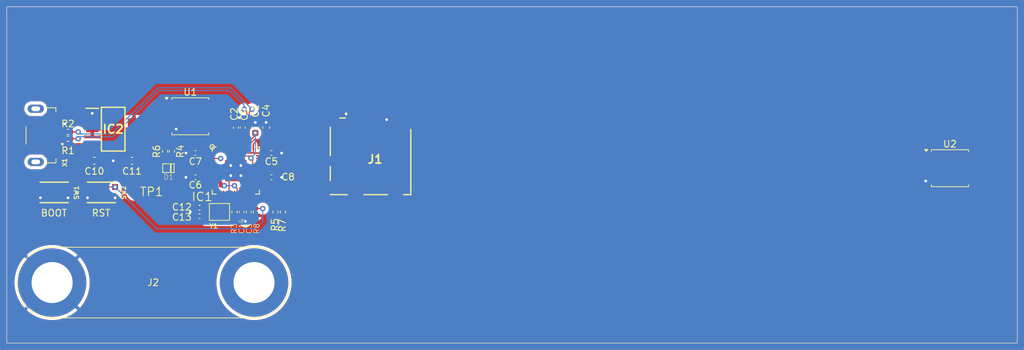
<source format=kicad_pcb>
(kicad_pcb (version 20240108) (generator "pcbnew") (generator_version "8.0")
  (layers (0 "F.Cu" signal) (31 "B.Cu" signal) (34 "B.Paste" user) (35 "F.Paste" user) (36 "B.SilkS" user "B.Silkscreen") (37 "F.SilkS" user "F.Silkscreen") (38 "B.Mask" user) (39 "F.Mask" user) (44 "Edge.Cuts" user))
  (net 0 "")
  (net 1 "1.2V")
  (net 2 "GND")
  (net 3 "+3V3")
  (net 4 "VBUS")
  (net 5 "Net-(IC1-XIN)")
  (net 6 "Net-(C13-Pad2)")
  (net 7 "Net-(D1-PadA)")
  (net 8 "/USBBOOT")
  (net 10 "SPI0_CS1")
  (net 25 "Net-(IC1-XOUT)")
  (net 28 "/~{RESET}")
  (net 29 "SPI0_MISO")
  (net 30 "SPI0_CS0")
  (net 31 "SPI0_SCK")
  (net 32 "SPI0_MOSI")
  (net 43 "/D-")
  (net 44 "/D+")
  (net 45 "/QSPI_SD3")
  (net 46 "/QSPI_SCLK")
  (net 47 "/QSPI_SD0")
  (net 48 "/QSPI_SD2")
  (net 49 "/QSPI_SD1")
  (net 50 "/QSPI_CS")
  (net 53 "Net-(X1-D+)")
  (net 54 "Net-(X1-D-)")
  (net 56 "Net-(J2-Pin_2)")
  (footprint "Resistor_SMD:R_0402_1005Metric" (layer "F.Cu") (at 123.8 100.50428 90)
    (property "Reference" "R3" (at -2.476672 -0.05 270) (layer "F.SilkS") (effects (font (size 0.8 0.8) (thickness 0.08))))
    (property "Value" "1k")
    (pad "1" smd roundrect (at -0.51 0 90) (size 0.54 0.64) (layers "F.Cu" "F.Paste" "F.Mask") (net 6 "Net-(C13-Pad2)"))
    (pad "2" smd roundrect (at 0.51 0 90) (size 0.54 0.64) (layers "F.Cu" "F.Paste" "F.Mask") (net 25 "Net-(IC1-XOUT)"))
  )
  (footprint "Capacitor_SMD:C_0402_1005Metric" (layer "F.Cu") (at 129.28 91.754118)
    (property "Reference" "C5" (at 0 1.25 360) (layer "F.SilkS"))
    (property "Value" "0.1uF")
    (pad "1" smd roundrect (at -0.48 0) (size 0.56 0.62) (layers "F.Cu" "F.Paste" "F.Mask") (net 3 "+3V3"))
    (pad "2" smd roundrect (at 0.48 0) (size 0.56 0.62) (layers "F.Cu" "F.Paste" "F.Mask") (net 2 "GND"))
  )
  (footprint "Resistor_SMD:R_0402_1005Metric" (layer "F.Cu") (at 113.5 91.5 -90)
    (property "Reference" "R6" (at 0 1.25 90) (layer "F.SilkS"))
    (property "Value" "1K")
    (pad "1" smd roundrect (at -0.51 0 270) (size 0.54 0.64) (layers "F.Cu" "F.Paste" "F.Mask") (net 50 "/QSPI_CS"))
    (pad "2" smd roundrect (at 0.51 0 270) (size 0.54 0.64) (layers "F.Cu" "F.Paste" "F.Mask") (net 7 "Net-(D1-PadA)"))
  )
  (footprint "Adafruit ItsyBitsy RP2040:TESTPOINT_ROUND_1.5MM_NO" (layer "F.Cu") (at 109 97.6)
    (property "Reference" "TP1" (at 2.5 -0.1 0) (layer "F.SilkS") (effects (font (size 1.27 1.27))))
    (property "Value" "TESTPOINTROUND1.5MMNO")
    (pad "P$1" smd roundrect (at 0 0) (size 1.5 1.5) (layers "F.Cu" "F.Mask") (roundrect_rratio 0.5) (net 8 "/USBBOOT"))
  )
  (footprint "Adafruit ItsyBitsy RP2040:BTN_KMR2_4.6X2.8" (layer "F.Cu") (at 97.039639 97.6)
    (property "Reference" "SW1" (at 3.710361 1.15 90) (layer "F.SilkS") (effects (font (size 0.666496 0.666496) (thickness 0.146304)) (justify left bottom)))
    (property "Value" "KMR2")
    (pad "A" smd rect (at 2.05 -0.8) (size 0.9 0.9) (layers "F.Cu" "F.Paste" "F.Mask") (net 8 "/USBBOOT"))
    (pad "A'" smd rect (at -2.05 -0.8) (size 0.9 0.9) (layers "F.Cu" "F.Paste" "F.Mask") (net 8 "/USBBOOT"))
    (pad "B" smd rect (at 2.05 0.8) (size 0.9 0.9) (layers "F.Cu" "F.Paste" "F.Mask") (net 2 "GND"))
    (pad "B'" smd rect (at -2.05 0.8) (size 0.9 0.9) (layers "F.Cu" "F.Paste" "F.Mask") (net 2 "GND"))
  )
  (footprint "Capacitor_SMD:C_0603_1608Metric" (layer "F.Cu") (at 126.9 87.975 90)
    (property "Reference" "C1" (at 2.475 0 270) (layer "F.SilkS"))
    (property "Value" "1uF")
    (pad "1" smd roundrect (at -0.775 0 90) (size 0.9 0.95) (layers "F.Cu" "F.Paste" "F.Mask") (net 1 "1.2V"))
    (pad "2" smd roundrect (at 0.775 0 90) (size 0.9 0.95) (layers "F.Cu" "F.Paste" "F.Mask") (net 2 "GND"))
  )
  (footprint "Resistor_SMD:R_0402_1005Metric" (layer "F.Cu") (at 99.09 89.615)
    (property "Reference" "R1" (at 0.01 1.785 0) (layer "F.SilkS"))
    (property "Value" "22")
    (pad "1" smd roundrect (at -0.51 0) (size 0.54 0.64) (layers "F.Cu" "F.Paste" "F.Mask") (net 53 "Net-(X1-D+)"))
    (pad "2" smd roundrect (at 0.51 0) (size 0.54 0.64) (layers "F.Cu" "F.Paste" "F.Mask") (net 44 "/D+"))
  )
  (footprint "3.3VRegForUSB:SOT230P700X180-4N" (layer "F.Cu") (at 105.8 88.2)
    (property "Reference" "IC2" (at 0 0 0) (layer "F.SilkS") (effects (font (size 1.27 1.27) (thickness 0.254))))
    (property "Value" "AZ1117CH-3.3TRG1" (hide yes))
    (pad "1" smd rect (at -3.1 -2.3 90) (size 0.9 1.85) (layers "F.Cu" "F.Paste" "F.Mask") (net 2 "GND"))
    (pad "2" smd rect (at -3.1 0 90) (size 0.9 1.85) (layers "F.Cu" "F.Paste" "F.Mask") (net 3 "+3V3"))
    (pad "3" smd rect (at -3.1 2.3 90) (size 0.9 1.85) (layers "F.Cu" "F.Paste" "F.Mask") (net 4 "VBUS"))
    (pad "4" smd rect (at 3.1 0) (size 1.85 3.2) (layers "F.Cu" "F.Paste" "F.Mask") (net 3 "+3V3"))
  )
  (footprint "Package_SO:SOIC-8_5.275x5.275mm_P1.27mm" (layer "F.Cu") (at 117.25 86.27928)
    (property "Reference" "U1" (at 0 -3.59 0) (layer "F.SilkS"))
    (property "Value" "W25Q128JV")
    (pad "1" smd roundrect (at -3.6 -1.905) (size 1.6 0.6) (layers "F.Cu" "F.Paste" "F.Mask") (net 50 "/QSPI_CS"))
    (pad "2" smd roundrect (at -3.6 -0.635) (size 1.6 0.6) (layers "F.Cu" "F.Paste" "F.Mask") (net 49 "/QSPI_SD1"))
    (pad "3" smd roundrect (at -3.6 0.635) (size 1.6 0.6) (layers "F.Cu" "F.Paste" "F.Mask") (net 48 "/QSPI_SD2"))
    (pad "4" smd roundrect (at -3.6 1.905) (size 1.6 0.6) (layers "F.Cu" "F.Paste" "F.Mask") (net 2 "GND"))
    (pad "5" smd roundrect (at 3.6 1.905) (size 1.6 0.6) (layers "F.Cu" "F.Paste" "F.Mask") (net 47 "/QSPI_SD0"))
    (pad "6" smd roundrect (at 3.6 0.635) (size 1.6 0.6) (layers "F.Cu" "F.Paste" "F.Mask") (net 46 "/QSPI_SCLK"))
    (pad "7" smd roundrect (at 3.6 -0.635) (size 1.6 0.6) (layers "F.Cu" "F.Paste" "F.Mask") (net 45 "/QSPI_SD3"))
    (pad "8" smd roundrect (at 3.6 -1.905) (size 1.6 0.6) (layers "F.Cu" "F.Paste" "F.Mask") (net 3 "+3V3"))
  )
  (footprint "Capacitor_SMD:C_0402_1005Metric" (layer "F.Cu") (at 125.025 87.975 90)
    (property "Reference" "C9" (at 2.02 0.25 270) (layer "F.SilkS"))
    (property "Value" "0.1uF")
    (pad "1" smd roundrect (at -0.48 0 90) (size 0.56 0.62) (layers "F.Cu" "F.Paste" "F.Mask") (net 3 "+3V3"))
    (pad "2" smd roundrect (at 0.48 0 90) (size 0.56 0.62) (layers "F.Cu" "F.Paste" "F.Mask") (net 2 "GND"))
  )
  (footprint "Capacitor_SMD:C_0402_1005Metric" (layer "F.Cu") (at 118 91.75 180)
    (property "Reference" "C7" (at 0 -1.25 180) (layer "F.SilkS"))
    (property "Value" "0.1uF")
    (pad "1" smd roundrect (at -0.48 0 180) (size 0.56 0.62) (layers "F.Cu" "F.Paste" "F.Mask") (net 3 "+3V3"))
    (pad "2" smd roundrect (at 0.48 0 180) (size 0.56 0.62) (layers "F.Cu" "F.Paste" "F.Mask") (net 2 "GND"))
  )
  (footprint "Capacitor_SMD:C_0402_1005Metric" (layer "F.Cu") (at 129.28 95.354118)
    (property "Reference" "C8" (at 2.48 -0.06 0) (layer "F.SilkS"))
    (property "Value" "0.1uF")
    (pad "1" smd roundrect (at -0.48 0) (size 0.56 0.62) (layers "F.Cu" "F.Paste" "F.Mask") (net 3 "+3V3"))
    (pad "2" smd roundrect (at 0.48 0) (size 0.56 0.62) (layers "F.Cu" "F.Paste" "F.Mask") (net 2 "GND"))
  )
  (footprint "Capacitor_SMD:C_0402_1005Metric" (layer "F.Cu") (at 124.025 87.975 -90)
    (property "Reference" "C2" (at -2.02 0.25 90) (layer "F.SilkS"))
    (property "Value" "0.1uF")
    (pad "1" smd roundrect (at -0.48 0 270) (size 0.56 0.62) (layers "F.Cu" "F.Paste" "F.Mask") (net 2 "GND"))
    (pad "2" smd roundrect (at 0.48 0 270) (size 0.56 0.62) (layers "F.Cu" "F.Paste" "F.Mask") (net 1 "1.2V"))
  )
  (footprint "Capacitor_SMD:C_0402_1005Metric" (layer "F.Cu") (at 124.87 100.5 -90)
    (property "Reference" "C14" (at 2.1 0.003334 90) (layer "F.SilkS") (effects (font (size 0.8 0.8) (thickness 0.08))))
    (property "Value" "0.1uF")
    (pad "1" smd roundrect (at -0.48 0 270) (size 0.56 0.62) (layers "F.Cu" "F.Paste" "F.Mask") (net 3 "+3V3"))
    (pad "2" smd roundrect (at 0.48 0 270) (size 0.56 0.62) (layers "F.Cu" "F.Paste" "F.Mask") (net 2 "GND"))
  )
  (footprint "Capacitor_SMD:C_0402_1005Metric" (layer "F.Cu") (at 118.62 101.12928)
    (property "Reference" "C13" (at -2.62 0.15 0) (layer "F.SilkS"))
    (property "Value" "22pF")
    (pad "1" smd roundrect (at -0.48 0) (size 0.56 0.62) (layers "F.Cu" "F.Paste" "F.Mask") (net 2 "GND"))
    (pad "2" smd roundrect (at 0.48 0) (size 0.56 0.62) (layers "F.Cu" "F.Paste" "F.Mask") (net 6 "Net-(C13-Pad2)"))
  )
  (footprint "Capacitor_SMD:C_0603_1608Metric" (layer "F.Cu") (at 128.5 87.975 90)
    (property "Reference" "C4" (at 2.525 0 270) (layer "F.SilkS"))
    (property "Value" "1uF")
    (pad "1" smd roundrect (at -0.775 0 90) (size 0.9 0.95) (layers "F.Cu" "F.Paste" "F.Mask") (net 3 "+3V3"))
    (pad "2" smd roundrect (at 0.775 0 90) (size 0.9 0.95) (layers "F.Cu" "F.Paste" "F.Mask") (net 2 "GND"))
  )
  (footprint "Adafruit ItsyBitsy RP2040:CRYSTAL_2.5X2" (layer "F.Cu") (at 121.575 100.50428)
    (property "Reference" "Y1" (at -1.575 2.49572 360) (layer "F.SilkS") (effects (font (size 0.666496 0.666496) (thickness 0.146304)) (justify left bottom)))
    (property "Value" "12MHZ")
    (pad "1" smd rect (at -0.825 0.625) (size 0.9 0.75) (layers "F.Cu" "F.Paste" "F.Mask") (net 6 "Net-(C13-Pad2)"))
    (pad "2" smd rect (at 0.825 0.625) (size 0.9 0.75) (layers "F.Cu" "F.Paste" "F.Mask"))
    (pad "3" smd rect (at 0.825 -0.625) (size 0.9 0.75) (layers "F.Cu" "F.Paste" "F.Mask") (net 5 "Net-(IC1-XIN)"))
    (pad "4" smd rect (at -0.825 -0.625) (size 0.9 0.75) (layers "F.Cu" "F.Paste" "F.Mask"))
  )
  (footprint "Capacitor_SMD:C_0603_1608Metric" (layer "F.Cu") (at 103.005 92.9)
    (property "Reference" "C10" (at 0 1.55 0) (layer "F.SilkS"))
    (property "Value" "10uF")
    (pad "1" smd roundrect (at -0.775 0) (size 0.9 0.95) (layers "F.Cu" "F.Paste" "F.Mask") (net 4 "VBUS"))
    (pad "2" smd roundrect (at 0.775 0) (size 0.9 0.95) (layers "F.Cu" "F.Paste" "F.Mask") (net 2 "GND"))
  )
  (footprint "Adafruit ItsyBitsy RP2040:QFN56_7MM_REDUCEDEPAD" (layer "F.Cu") (at 124 94.35)
    (property "Reference" "IC1" (at -5 3.9 0) (layer "F.SilkS") (effects (font (size 1.27 1.27))))
    (property "Value" "RP2040_QFN56")
    (pad "1" smd rect (at -3.45 -2.6 180) (size 0.875 0.2) (layers "F.Cu" "F.Paste" "F.Mask") (net 3 "+3V3"))
    (pad "2" smd rect (at -3.45 -2.2 180) (size 0.875 0.2) (layers "F.Cu" "F.Paste" "F.Mask"))
    (pad "3" smd rect (at -3.45 -1.8 180) (size 0.875 0.2) (layers "F.Cu" "F.Paste" "F.Mask") (net 10 "SPI0_CS1"))
    (pad "4" smd rect (at -3.45 -1.4 180) (size 0.875 0.2) (layers "F.Cu" "F.Paste" "F.Mask"))
    (pad "5" smd rect (at -3.45 -1 180) (size 0.875 0.2) (layers "F.Cu" "F.Paste" "F.Mask"))
    (pad "6" smd rect (at -3.45 -0.6 180) (size 0.875 0.2) (layers "F.Cu" "F.Paste" "F.Mask"))
    (pad "7" smd rect (at -3.45 -0.2 180) (size 0.875 0.2) (layers "F.Cu" "F.Paste" "F.Mask"))
    (pad "8" smd rect (at -3.45 0.2 180) (size 0.875 0.2) (layers "F.Cu" "F.Paste" "F.Mask"))
    (pad "9" smd rect (at -3.45 0.6 180) (size 0.875 0.2) (layers "F.Cu" "F.Paste" "F.Mask"))
    (pad "10" smd rect (at -3.45 1 180) (size 0.875 0.2) (layers "F.Cu" "F.Paste" "F.Mask") (net 3 "+3V3"))
    (pad "11" smd rect (at -3.45 1.4 180) (size 0.875 0.2) (layers "F.Cu" "F.Paste" "F.Mask"))
    (pad "12" smd rect (at -3.45 1.8 180) (size 0.875 0.2) (layers "F.Cu" "F.Paste" "F.Mask"))
    (pad "13" smd rect (at -3.45 2.2 180) (size 0.875 0.2) (layers "F.Cu" "F.Paste" "F.Mask"))
    (pad "14" smd rect (at -3.45 2.6 180) (size 0.875 0.2) (layers "F.Cu" "F.Paste" "F.Mask"))
    (pad "15" smd rect (at -2.6 3.45 270) (size 0.875 0.2) (layers "F.Cu" "F.Paste" "F.Mask"))
    (pad "16" smd rect (at -2.2 3.45 270) (size 0.875 0.2) (layers "F.Cu" "F.Paste" "F.Mask"))
    (pad "17" smd rect (at -1.8 3.45 270) (size 0.875 0.2) (layers "F.Cu" "F.Paste" "F.Mask"))
    (pad "18" smd rect (at -1.4 3.45 270) (size 0.875 0.2) (layers "F.Cu" "F.Paste" "F.Mask"))
    (pad "19" smd rect (at -1 3.45 270) (size 0.875 0.2) (layers "F.Cu" "F.Paste" "F.Mask") (net 2 "GND"))
    (pad "20" smd rect (at -0.6 3.45 270) (size 0.875 0.2) (layers "F.Cu" "F.Paste" "F.Mask") (net 5 "Net-(IC1-XIN)"))
    (pad "21" smd rect (at -0.2 3.45 270) (size 0.875 0.2) (layers "F.Cu" "F.Paste" "F.Mask") (net 25 "Net-(IC1-XOUT)"))
    (pad "22" smd rect (at 0.2 3.45 270) (size 0.875 0.2) (layers "F.Cu" "F.Paste" "F.Mask") (net 3 "+3V3"))
    (pad "23" smd rect (at 0.6 3.45 270) (size 0.875 0.2) (layers "F.Cu" "F.Paste" "F.Mask") (net 1 "1.2V"))
    (pad "24" smd rect (at 1 3.45 270) (size 0.875 0.2) (layers "F.Cu" "F.Paste" "F.Mask"))
    (pad "25" smd rect (at 1.4 3.45 270) (size 0.875 0.2) (layers "F.Cu" "F.Paste" "F.Mask"))
    (pad "26" smd rect (at 1.8 3.45 270) (size 0.875 0.2) (layers "F.Cu" "F.Paste" "F.Mask") (net 28 "/~{RESET}"))
    (pad "27" smd rect (at 2.2 3.45 270) (size 0.875 0.2) (layers "F.Cu" "F.Paste" "F.Mask") (net 29 "SPI0_MISO"))
    (pad "28" smd rect (at 2.6 3.45 270) (size 0.875 0.2) (layers "F.Cu" "F.Paste" "F.Mask") (net 30 "SPI0_CS0"))
    (pad "29" smd rect (at 3.45 2.6) (size 0.875 0.2) (layers "F.Cu" "F.Paste" "F.Mask") (net 31 "SPI0_SCK"))
    (pad "30" smd rect (at 3.45 2.2) (size 0.875 0.2) (layers "F.Cu" "F.Paste" "F.Mask") (net 32 "SPI0_MOSI"))
    (pad "31" smd rect (at 3.45 1.8) (size 0.875 0.2) (layers "F.Cu" "F.Paste" "F.Mask"))
    (pad "32" smd rect (at 3.45 1.4) (size 0.875 0.2) (layers "F.Cu" "F.Paste" "F.Mask"))
    (pad "33" smd rect (at 3.45 1) (size 0.875 0.2) (layers "F.Cu" "F.Paste" "F.Mask") (net 3 "+3V3"))
    (pad "34" smd rect (at 3.45 0.6) (size 0.875 0.2) (layers "F.Cu" "F.Paste" "F.Mask"))
    (pad "35" smd rect (at 3.45 0.2) (size 0.875 0.2) (layers "F.Cu" "F.Paste" "F.Mask"))
    (pad "36" smd rect (at 3.45 -0.2) (size 0.875 0.2) (layers "F.Cu" "F.Paste" "F.Mask"))
    (pad "37" smd rect (at 3.45 -0.6) (size 0.875 0.2) (layers "F.Cu" "F.Paste" "F.Mask"))
    (pad "38" smd rect (at 3.45 -1) (size 0.875 0.2) (layers "F.Cu" "F.Paste" "F.Mask"))
    (pad "39" smd rect (at 3.45 -1.4) (size 0.875 0.2) (layers "F.Cu" "F.Paste" "F.Mask"))
    (pad "40" smd rect (at 3.45 -1.8) (size 0.875 0.2) (layers "F.Cu" "F.Paste" "F.Mask"))
    (pad "41" smd rect (at 3.45 -2.2) (size 0.875 0.2) (layers "F.Cu" "F.Paste" "F.Mask"))
    (pad "42" smd rect (at 3.45 -2.6) (size 0.875 0.2) (layers "F.Cu" "F.Paste" "F.Mask") (net 3 "+3V3"))
    (pad "43" smd rect (at 2.6 -3.45 90) (size 0.875 0.2) (layers "F.Cu" "F.Paste" "F.Mask") (net 3 "+3V3"))
    (pad "44" smd rect (at 2.2 -3.45 90) (size 0.875 0.2) (layers "F.Cu" "F.Paste" "F.Mask") (net 3 "+3V3"))
    (pad "45" smd rect (at 1.8 -3.45 90) (size 0.875 0.2) (layers "F.Cu" "F.Paste" "F.Mask") (net 1 "1.2V"))
    (pad "46" smd rect (at 1.4 -3.45 90) (size 0.875 0.2) (layers "F.Cu" "F.Paste" "F.Mask") (net 43 "/D-"))
    (pad "47" smd rect (at 1 -3.45 90) (size 0.875 0.2) (layers "F.Cu" "F.Paste" "F.Mask") (net 44 "/D+"))
    (pad "48" smd rect (at 0.6 -3.45 90) (size 0.875 0.2) (layers "F.Cu" "F.Paste" "F.Mask") (net 3 "+3V3"))
    (pad "49" smd rect (at 0.2 -3.45 90) (size 0.875 0.2) (layers "F.Cu" "F.Paste" "F.Mask") (net 3 "+3V3"))
    (pad "50" smd rect (at -0.2 -3.45 90) (size 0.875 0.2) (layers "F.Cu" "F.Paste" "F.Mask") (net 1 "1.2V"))
    (pad "51" smd rect (at -0.6 -3.45 90) (size 0.875 0.2) (layers "F.Cu" "F.Paste" "F.Mask") (net 45 "/QSPI_SD3"))
    (pad "52" smd rect (at -1 -3.45 90) (size 0.875 0.2) (layers "F.Cu" "F.Paste" "F.Mask") (net 46 "/QSPI_SCLK"))
    (pad "53" smd rect (at -1.4 -3.45 90) (size 0.875 0.2) (layers "F.Cu" "F.Paste" "F.Mask") (net 47 "/QSPI_SD0"))
    (pad "54" smd rect (at -1.8 -3.45 90) (size 0.875 0.2) (layers "F.Cu" "F.Paste" "F.Mask") (net 48 "/QSPI_SD2"))
    (pad "55" smd rect (at -2.2 -3.45 90) (size 0.875 0.2) (layers "F.Cu" "F.Paste" "F.Mask") (net 49 "/QSPI_SD1"))
    (pad "56" smd rect (at -2.6 -3.45 90) (size 0.875 0.2) (layers "F.Cu" "F.Paste" "F.Mask") (net 50 "/QSPI_CS"))
    (pad "P$1" smd roundrect (at 0 0) (size 3.2 3.2) (layers "F.Cu" "F.Mask") (roundrect_rratio 0.05) (net 2 "GND"))
  )
  (footprint "Capacitor_SMD:C_0402_1005Metric" (layer "F.Cu") (at 125.93 100.5 90)
    (property "Reference" "C3" (at -2.480952 0.053332 270) (layer "F.SilkS") (effects (font (size 0.8 0.8) (thickness 0.08))))
    (property "Value" "0.1uF")
    (pad "1" smd roundrect (at -0.48 0 90) (size 0.56 0.62) (layers "F.Cu" "F.Paste" "F.Mask") (net 2 "GND"))
    (pad "2" smd roundrect (at 0.48 0 90) (size 0.56 0.62) (layers "F.Cu" "F.Paste" "F.Mask") (net 1 "1.2V"))
  )
  (footprint "Adafruit ItsyBitsy RP2040:SOD-323F" (layer "F.Cu") (at 114 94)
    (property "Reference" "D1" (at -0.75 1.75 360) (layer "F.SilkS") (effects (font (size 0.747776 0.747776) (thickness 0.065024)) (justify left bottom)))
    (property "Value" "NSR0320")
    (pad "A" smd rect (at -1 0) (size 1 0.8) (layers "F.Cu" "F.Paste" "F.Mask") (net 7 "Net-(D1-PadA)"))
    (pad "C" smd rect (at 1 0) (size 1 0.8) (layers "F.Cu" "F.Paste" "F.Mask") (net 8 "/USBBOOT"))
  )
  (footprint "Resistor_SMD:R_0402_1005Metric" (layer "F.Cu") (at 131 100.50428 -90)
    (property "Reference" "R7" (at 2.01 0.1 90) (layer "F.SilkS"))
    (property "Value" "10k")
    (pad "1" smd roundrect (at -0.51 0 270) (size 0.54 0.64) (layers "F.Cu" "F.Paste" "F.Mask") (net 10 "SPI0_CS1"))
    (pad "2" smd roundrect (at 0.51 0 270) (size 0.54 0.64) (layers "F.Cu" "F.Paste" "F.Mask") (net 3 "+3V3"))
  )
  (footprint "Package_SO:SOIC-8_5.275x5.275mm_P1.27mm" (layer "F.Cu") (at 230 94)
    (property "Reference" "U2" (at 0 -3.59 0) (layer "F.SilkS"))
    (property "Value" "W25Q128JV")
    (pad "1" smd roundrect (at -3.6 -1.905) (size 1.6 0.6) (layers "F.Cu" "F.Paste" "F.Mask") (net 30 "SPI0_CS0"))
    (pad "2" smd roundrect (at -3.6 -0.635) (size 1.6 0.6) (layers "F.Cu" "F.Paste" "F.Mask") (net 29 "SPI0_MISO"))
    (pad "3" smd roundrect (at -3.6 0.635) (size 1.6 0.6) (layers "F.Cu" "F.Paste" "F.Mask") (net 3 "+3V3"))
    (pad "4" smd roundrect (at -3.6 1.905) (size 1.6 0.6) (layers "F.Cu" "F.Paste" "F.Mask") (net 2 "GND"))
    (pad "5" smd roundrect (at 3.6 1.905) (size 1.6 0.6) (layers "F.Cu" "F.Paste" "F.Mask") (net 32 "SPI0_MOSI"))
    (pad "6" smd roundrect (at 3.6 0.635) (size 1.6 0.6) (layers "F.Cu" "F.Paste" "F.Mask") (net 31 "SPI0_SCK"))
    (pad "7" smd roundrect (at 3.6 -0.635) (size 1.6 0.6) (layers "F.Cu" "F.Paste" "F.Mask") (net 3 "+3V3"))
    (pad "8" smd roundrect (at 3.6 -1.905) (size 1.6 0.6) (layers "F.Cu" "F.Paste" "F.Mask") (net 56 "Net-(J2-Pin_2)"))
  )
  (footprint "Resistor_SMD:R_0402_1005Metric" (layer "F.Cu") (at 127 100.5 90)
    (property "Reference" "R8" (at -2.480952 0.099998 270) (layer "F.SilkS") (effects (font (size 0.8 0.8) (thickness 0.08))))
    (property "Value" "10K")
    (pad "1" smd roundrect (at -0.51 0 90) (size 0.54 0.64) (layers "F.Cu" "F.Paste" "F.Mask") (net 3 "+3V3"))
    (pad "2" smd roundrect (at 0.51 0 90) (size 0.54 0.64) (layers "F.Cu" "F.Paste" "F.Mask") (net 28 "/~{RESET}"))
  )
  (footprint "Molex_SD:1040310811" (layer "F.Cu") (at 144 86.53418 180)
    (property "Reference" "J1" (at -0.679 -6.139 180) (layer "F.SilkS") (effects (font (size 1.27 1.27) (thickness 0.254))))
    (property "Value" "104031-0811" (hide yes))
    (pad "1" smd rect (at 3.105 -0.25 180) (size 0.85 1.1) (layers "F.Cu" "F.Paste" "F.Mask"))
    (pad "2" smd rect (at 2.005 -0.25 180) (size 0.85 1.1) (layers "F.Cu" "F.Paste" "F.Mask") (net 10 "SPI0_CS1"))
    (pad "3" smd rect (at 0.905 -0.25 180) (size 0.85 1.1) (layers "F.Cu" "F.Paste" "F.Mask") (net 32 "SPI0_MOSI"))
    (pad "4" smd rect (at -0.195 -0.25 180) (size 0.85 1.1) (layers "F.Cu" "F.Paste" "F.Mask") (net 3 "+3V3"))
    (pad "5" smd rect (at -1.295 -0.25 180) (size 0.85 1.1) (layers "F.Cu" "F.Paste" "F.Mask") (net 31 "SPI0_SCK"))
    (pad "6" smd rect (at -2.395 -0.25 180) (size 0.85 1.1) (layers "F.Cu" "F.Paste" "F.Mask") (net 2 "GND"))
    (pad "7" smd rect (at -3.495 -0.25 180) (size 0.85 1.1) (layers "F.Cu" "F.Paste" "F.Mask") (net 29 "SPI0_MISO"))
    (pad "8" smd rect (at -4.545 -0.25 180) (size 0.75 1.1) (layers "F.Cu" "F.Paste" "F.Mask"))
    (pad "9" smd rect (at -5.755 -0.6 180) (size 1.17 1.8) (layers "F.Cu" "F.Paste" "F.Mask"))
    (pad "10" smd rect (at -3.73 -11.075 270) (size 1.35 1.9) (layers "F.Cu" "F.Paste" "F.Mask"))
    (pad "11" smd rect (at 2.24 -11.075 270) (size 1.35 1.9) (layers "F.Cu" "F.Paste" "F.Mask"))
    (pad "12" smd rect (at 5.74 -10.1 270) (size 1 1.2) (layers "F.Cu" "F.Paste" "F.Mask"))
    (pad "13" smd rect (at 5.74 -6.4 270) (size 1 1.2) (layers "F.Cu" "F.Paste" "F.Mask"))
    (pad "14" smd rect (at 5.565 -0.375 270) (size 1.35 1.55) (layers "F.Cu" "F.Paste" "F.Mask"))
  )
  (footprint "Resistor_SMD:R_0402_1005Metric" (layer "F.Cu") (at 129.9 100.50428 -90)
    (property "Reference" "R5" (at 1.9 0.1 90) (layer "F.SilkS"))
    (property "Value" "10k")
    (pad "1" smd roundrect (at -0.51 0 270) (size 0.54 0.64) (layers "F.Cu" "F.Paste" "F.Mask") (net 30 "SPI0_CS0"))
    (pad "2" smd roundrect (at 0.51 0 270) (size 0.54 0.64) (layers "F.Cu" "F.Paste" "F.Mask") (net 3 "+3V3"))
  )
  (footprint "Connector:Banana_Jack_2Pin" (layer "F.Cu") (at 96.736186 111)
    (property "Reference" "J2" (at 15 0 0) (layer "F.SilkS"))
    (property "Value" "Power Supply")
    (pad "1" thru_hole circle (at 0 0) (size 10.16 10.16) (drill 6.1) (layers "*.Cu" "*.Mask") (net 2 "GND"))
    (pad "2" thru_hole circle (at 29.97 0) (size 10.16 10.16) (drill 6.1) (layers "*.Cu" "*.Mask") (net 56 "Net-(J2-Pin_2)"))
  )
  (footprint "Capacitor_SMD:C_0603_1608Metric" (layer "F.Cu") (at 108.595 92.9 180)
    (property "Reference" "C11" (at 0 -1.55 180) (layer "F.SilkS"))
    (property "Value" "22uF")
    (pad "1" smd roundrect (at -0.775 0 180) (size 0.9 0.95) (layers "F.Cu" "F.Paste" "F.Mask") (net 3 "+3V3"))
    (pad "2" smd roundrect (at 0.775 0 180) (size 0.9 0.95) (layers "F.Cu" "F.Paste" "F.Mask") (net 2 "GND"))
  )
  (footprint "Resistor_SMD:R_0402_1005Metric" (layer "F.Cu") (at 99.09 88.615)
    (property "Reference" "R2" (at -0.01 -1.215 360) (layer "F.SilkS"))
    (property "Value" "22")
    (pad "1" smd roundrect (at -0.51 0) (size 0.54 0.64) (layers "F.Cu" "F.Paste" "F.Mask") (net 54 "Net-(X1-D-)"))
    (pad "2" smd roundrect (at 0.51 0) (size 0.54 0.64) (layers "F.Cu" "F.Paste" "F.Mask") (net 43 "/D-"))
  )
  (footprint "Molex USB Micro B:MOLEX_105164-0001" (layer "F.Cu") (at 92.85 89.115 -90)
    (property "Reference" "X1" (at 4.035 -5.75 90) (layer "F.SilkS") (effects (font (size 0.640183 0.640183))))
    (property "Value" "microUSB")
    (fp_line (start -4.9 0) (end -3.4 0) (stroke (width 0.01)) (layer "Edge.Cuts"))
    (fp_line (start -3.4 0) (end -2.825 -0.5) (stroke (width 0.01)) (layer "Edge.Cuts"))
    (fp_line (start -1.3 0) (end -1.925 -0.5) (stroke (width 0.01)) (layer "Edge.Cuts"))
    (fp_line (start 0 0) (end -1.3 0) (stroke (width 0.01)) (layer "Edge.Cuts"))
    (fp_line (start 0 0) (end 1.3 0) (stroke (width 0.01)) (layer "Edge.Cuts"))
    (fp_line (start 1.3 0) (end 1.925 -0.5) (stroke (width 0.01)) (layer "Edge.Cuts"))
    (fp_line (start 3.4 0) (end 2.825 -0.5) (stroke (width 0.01)) (layer "Edge.Cuts"))
    (fp_line (start 4.9 0) (end 3.4 0) (stroke (width 0.01)) (layer "Edge.Cuts"))
    (fp_line (start -2.825 -1.15) (end -2.825 -0.5) (stroke (width 0.01)) (layer "Edge.Cuts"))
    (fp_line (start -1.925 -1.15) (end -1.925 -0.5) (stroke (width 0.01)) (layer "Edge.Cuts"))
    (fp_line (start 1.925 -1.15) (end 1.925 -0.5) (stroke (width 0.01)) (layer "Edge.Cuts"))
    (fp_line (start 2.825 -1.15) (end 2.825 -0.5) (stroke (width 0.01)) (layer "Edge.Cuts"))
    (fp_arc (start -2.825 -1.15) (mid -2.375 -1.6) (end -1.925 -1.15) (stroke (width 0.01)) (layer "Edge.Cuts"))
    (fp_arc (start 1.925 -1.15) (mid 2.375 -1.6) (end 2.825 -1.15) (stroke (width 0.01)) (layer "Edge.Cuts"))
    (pad "1" smd rect (at 1.3 -4.11) (size 1.38 0.45) (layers "F.Cu" "F.Paste" "F.Mask") (net 4 "VBUS"))
    (pad "2" smd rect (at 0.65 -4.11) (size 1.38 0.45) (layers "F.Cu" "F.Paste" "F.Mask") (net 53 "Net-(X1-D+)"))
    (pad "3" smd rect (at 0 -4.11) (size 1.38 0.45) (layers "F.Cu" "F.Paste" "F.Mask") (net 54 "Net-(X1-D-)"))
    (pad "4" smd rect (at -0.65 -4.11) (size 1.38 0.45) (layers "F.Cu" "F.Paste" "F.Mask"))
    (pad "5" smd rect (at -1.3 -4.11) (size 1.38 0.45) (layers "F.Cu" "F.Paste" "F.Mask") (net 2 "GND"))
    (pad "SH1" thru_hole oval (at -3.95 -1.45 270) (size 1.208 2.416) (drill oval 0.7 1.3) (layers "*.Cu" "*.Mask"))
    (pad "SH2" smd rect (at -2.4625 -3.75) (size 2.1 1.475) (layers "F.Cu" "F.Paste" "F.Mask"))
    (pad "SH3" smd rect (at -0.9375 -1.45) (size 1.9 1.375) (layers "F.Cu" "F.Paste" "F.Mask"))
    (pad "SH4" smd rect (at 0.9375 -1.45) (size 1.9 1.375) (layers "F.Cu" "F.Paste" "F.Mask"))
    (pad "SH5" smd rect (at 2.4625 -3.75) (size 2.1 1.475) (layers "F.Cu" "F.Paste" "F.Mask"))
    (pad "SH6" thru_hole oval (at 3.95 -1.45 270) (size 1.208 2.416) (drill oval 0.7 1.3) (layers "*.Cu" "*.Mask"))
  )
  (footprint "Resistor_SMD:R_0402_1005Metric" (layer "F.Cu") (at 114.5 91.5 90)
    (property "Reference" "R4" (at 0 1.25 270) (layer "F.SilkS"))
    (property "Value" "10k")
    (pad "1" smd roundrect (at -0.51 0 90) (size 0.54 0.64) (layers "F.Cu" "F.Paste" "F.Mask") (net 3 "+3V3"))
    (pad "2" smd roundrect (at 0.51 0 90) (size 0.54 0.64) (layers "F.Cu" "F.Paste" "F.Mask") (net 50 "/QSPI_CS"))
  )
  (footprint "Capacitor_SMD:C_0402_1005Metric" (layer "F.Cu") (at 118 95.354118 180)
    (property "Reference" "C6" (at 0 -1.145882 180) (layer "F.SilkS"))
    (property "Value" "0.1uF")
    (pad "1" smd roundrect (at -0.48 0 180) (size 0.56 0.62) (layers "F.Cu" "F.Paste" "F.Mask") (net 3 "+3V3"))
    (pad "2" smd roundrect (at 0.48 0 180) (size 0.56 0.62) (layers "F.Cu" "F.Paste" "F.Mask") (net 2 "GND"))
  )
  (footprint "Capacitor_SMD:C_0402_1005Metric" (layer "F.Cu") (at 118.62 99.87928)
    (property "Reference" "C12" (at -2.62 -0.1 0) (layer "F.SilkS"))
    (property "Value" "22pF")
    (pad "1" smd roundrect (at -0.48 0) (size 0.56 0.62) (layers "F.Cu" "F.Paste" "F.Mask") (net 2 "GND"))
    (pad "2" smd roundrect (at 0.48 0) (size 0.56 0.62) (layers "F.Cu" "F.Paste" "F.Mask") (net 5 "Net-(IC1-XIN)"))
  )
  (footprint "Adafruit ItsyBitsy RP2040:BTN_KMR2_4.6X2.8" (layer "F.Cu") (at 104.039639 97.6)
    (property "Reference" "SW2" (at 3.710361 1.15 90) (layer "F.SilkS") (effects (font (size 0.666496 0.666496) (thickness 0.146304)) (justify left bottom)))
    (property "Value" "KMR2")
    (pad "A" smd rect (at 2.05 -0.8) (size 0.9 0.9) (layers "F.Cu" "F.Paste" "F.Mask") (net 28 "/~{RESET}"))
    (pad "A'" smd rect (at -2.05 -0.8) (size 0.9 0.9) (layers "F.Cu" "F.Paste" "F.Mask") (net 28 "/~{RESET}"))
    (pad "B" smd rect (at 2.05 0.8) (size 0.9 0.9) (layers "F.Cu" "F.Paste" "F.Mask") (net 2 "GND"))
    (pad "B'" smd rect (at -2.05 0.8) (size 0.9 0.9) (layers "F.Cu" "F.Paste" "F.Mask") (net 2 "GND"))
  )
  (gr_rect (start 90 70) (end 240 120) (stroke (width 0.1)) (fill none) (layer "Edge.Cuts"))
  (gr_text "BOOT" (at 94.986068 101.25 0) (layer "F.SilkS") (effects (font (size 1 1)) (justify left bottom)))
  (gr_text "RST" (at 102.557496 101.25 0) (layer "F.SilkS") (effects (font (size 1 1)) (justify left bottom)))
  (segment (start 124.025 89.475) (end 124.025 88.455) (width 0.1524) (layer "F.Cu") (net 1))
  (segment (start 124.6 97.804118) (end 124.6 98.39565) (width 0.1524) (layer "F.Cu") (net 1))
  (segment (start 126.5 92.8) (end 126.25 92.55) (width 0.1524) (layer "F.Cu") (net 1))
  (segment (start 123.8 91.75) (end 123.8 89.7) (width 0.1524) (layer "F.Cu") (net 1))
  (segment (start 123.8 89.7) (end 124.025 89.475) (width 0.1524) (layer "F.Cu") (net 1))
  (segment (start 126.25 92.55) (end 126.25 92.5) (width 0.1524) (layer "F.Cu") (net 1))
  (segment (start 125.9 92.2) (end 124.25 92.2) (width 0.1524) (layer "F.Cu") (net 1))
  (segment (start 126 96.77928) (end 126.5 96.27928) (width 0.1524) (layer "F.Cu") (net 1))
  (segment (start 126.9 89.1) (end 125.8 90.2) (width 0.1524) (layer "F.Cu") (net 1))
  (segment (start 125.93 99.72565) (end 125.93 100.02) (width 0.1524) (layer "F.Cu") (net 1))
  (segment (start 126.25 92.5) (end 126.2 92.5) (width 0.1524) (layer "F.Cu") (net 1))
  (segment (start 124.6 98.39565) (end 125.93 99.72565) (width 0.1524) (layer "F.Cu") (net 1))
  (segment (start 124.25 92.2) (end 123.8 91.75) (width 0.1524) (layer "F.Cu") (net 1))
  (segment (start 124.6 97.804118) (end 124.6 96.92928) (width 0.1524) (layer "F.Cu") (net 1))
  (segment (start 126.5 96.27928) (end 126.5 92.8) (width 0.1524) (layer "F.Cu") (net 1))
  (segment (start 124.6 96.92928) (end 124.75 96.77928) (width 0.1524) (layer "F.Cu") (net 1))
  (segment (start 126.9 88.75) (end 126.9 89.1) (width 0.1524) (layer "F.Cu") (net 1))
  (segment (start 125.8 90.2) (end 125.8 90.904118) (width 0.1524) (layer "F.Cu") (net 1))
  (segment (start 126.2 92.5) (end 125.9 92.2) (width 0.1524) (layer "F.Cu") (net 1))
  (segment (start 124.75 96.77928) (end 126 96.77928) (width 0.1524) (layer "F.Cu") (net 1))
  (via (at 126.9 88.75) (size 0.8) (drill 0.4) (layers "F.Cu" "B.Cu") (net 1))
  (via (at 126.25 92.5) (size 0.8) (drill 0.4) (layers "F.Cu" "B.Cu") (net 1))
  (segment (start 126.9 88.75) (end 126.9 91.85) (width 0.1524) (layer "B.Cu") (net 1))
  (segment (start 126.9 91.85) (end 126.25 92.5) (width 0.1524) (layer "B.Cu") (net 1))
  (segment (start 125.025 87) (end 124.525 86.5) (width 0.1524) (layer "F.Cu") (net 2))
  (segment (start 113.65 88.18428) (end 115.155 88.18428) (width 0.25) (layer "F.Cu") (net 2))
  (segment (start 117.515882 91.745882) (end 117.52 91.75) (width 0.1524) (layer "F.Cu") (net 2))
  (segment (start 129.76 95.354118) (end 130.8 95.354118) (width 0.1524) (layer "F.Cu") (net 2))
  (segment (start 124.025 87.495) (end 124.025 87) (width 0.1524) (layer "F.Cu") (net 2))
  (segment (start 129.76 91.754118) (end 130.8 91.754118) (width 0.1524) (layer "F.Cu") (net 2))
  (segment (start 124.87 101.345001) (end 125.424999 101.9) (width 0.1524) (layer "F.Cu") (net 2))
  (segment (start 116.6 95.354118) (end 117.52 95.354118) (width 0.1524) (layer "F.Cu") (net 2))
  (segment (start 125.93 101.394999) (end 125.424999 101.9) (width 0.1524) (layer "F.Cu") (net 2))
  (segment (start 117.65 99.87928) (end 118.14 99.87928) (width 0.1524) (layer "F.Cu") (net 2))
  (segment (start 124.025 87) (end 124.525 86.5) (width 0.1524) (layer "F.Cu") (net 2))
  (segment (start 116.6 91.745882) (end 117.515882 91.745882) (width 0.1524) (layer "F.Cu") (net 2))
  (segment (start 96.96 87.815) (end 98.185 87.815) (width 0.25) (layer "F.Cu") (net 2))
  (segment (start 125.93 100.98) (end 125.93 101.394999) (width 0.1524) (layer "F.Cu") (net 2))
  (segment (start 117.25 100.50428) (end 117.25 100.77928) (width 0.1524) (layer "F.Cu") (net 2))
  (segment (start 117.25 100.27928) (end 117.65 99.87928) (width 0.1524) (layer "F.Cu") (net 2))
  (segment (start 103.78 92.9) (end 105.8 92.9) (width 0.25) (layer "F.Cu") (net 2))
  (segment (start 123 95.354118) (end 123.25 95.104118) (width 0.1524) (layer "F.Cu") (net 2))
  (segment (start 107.82 92.9) (end 105.8 92.9) (width 0.25) (layer "F.Cu") (net 2))
  (segment (start 117.25 100.77928) (end 117.6 101.12928) (width 0.1524) (layer "F.Cu") (net 2))
  (segment (start 123 97.804118) (end 123 95.354118) (width 0.1524) (layer "F.Cu") (net 2))
  (segment (start 98.185 87.815) (end 98.6 87.4) (width 0.25) (layer "F.Cu") (net 2))
  (segment (start 117.25 100.50428) (end 117.25 100.27928) (width 0.1524) (layer "F.Cu") (net 2))
  (segment (start 125.025 87.495) (end 125.025 87) (width 0.1524) (layer "F.Cu") (net 2))
  (segment (start 124.87 100.98) (end 124.87 101.345001) (width 0.1524) (layer "F.Cu") (net 2))
  (segment (start 117.6 101.12928) (end 118.14 101.12928) (width 0.1524) (layer "F.Cu") (net 2))
  (via (at 94.989639 98.4) (size 0.8) (drill 0.4) (layers "F.Cu" "B.Cu") (net 2))
  (via (at 126.9 87.2) (size 0.8) (drill 0.4) (layers "F.Cu" "B.Cu") (net 2))
  (via (at 123.25 93.604118) (size 0.8) (drill 0.4) (layers "F.Cu" "B.Cu") (net 2))
  (via (at 116.6 91.745882) (size 0.8) (drill 0.4) (layers "F.Cu" "B.Cu") (net 2))
  (via (at 99.089639 98.4) (size 0.8) (drill 0.4) (layers "F.Cu" "B.Cu") (net 2))
  (via (at 106.089639 98.4) (size 0.8) (drill 0.4) (layers "F.Cu" "B.Cu") (net 2))
  (via (at 102.7 85.85) (size 0.8) (drill 0.4) (layers "F.Cu" "B.Cu") (net 2))
  (via (at 226.4 95.905) (size 0.8) (drill 0.4) (layers "F.Cu" "B.Cu") (net 2))
  (via (at 124.75 93.604118) (size 0.8) (drill 0.4) (layers "F.Cu" "B.Cu") (net 2))
  (via (at 124.75 95.104118) (size 0.8) (drill 0.4) (layers "F.Cu" "B.Cu") (net 2))
  (via (at 146.395 86.78418) (size 0.8) (drill 0.4) (layers "F.Cu" "B.Cu") (net 2))
  (via (at 105.8 92.9) (size 0.8) (drill 0.4) (layers "F.Cu" "B.Cu") (net 2))
  (via (at 115.155 88.18428) (size 0.8) (drill 0.4) (layers "F.Cu" "B.Cu") (net 2))
  (via (at 125.424999 101.9) (size 0.8) (drill 0.4) (layers "F.Cu" "B.Cu") (net 2))
  (via (at 101.989639 98.4) (size 0.8) (drill 0.4) (layers "F.Cu" "B.Cu") (net 2))
  (via (at 130.8 91.754118) (size 0.8) (drill 0.4) (layers "F.Cu" "B.Cu") (net 2))
  (via (at 130.8 95.354118) (size 0.8) (drill 0.4) (layers "F.Cu" "B.Cu") (net 2))
  (via (at 124.525 86.5) (size 0.8) (drill 0.4) (layers "F.Cu" "B.Cu") (net 2))
  (via (at 123.25 95.104118) (size 0.8) (drill 0.4) (layers "F.Cu" "B.Cu") (net 2))
  (via (at 116.6 95.354118) (size 0.8) (drill 0.4) (layers "F.Cu" "B.Cu") (net 2))
  (via (at 98.6 87.4) (size 0.8) (drill 0.4) (layers "F.Cu" "B.Cu") (net 2))
  (via (at 128.5 87.2) (size 0.8) (drill 0.4) (layers "F.Cu" "B.Cu") (net 2))
  (via (at 117.25 100.50428) (size 0.8) (drill 0.4) (layers "F.Cu" "B.Cu") (net 2))
  (segment (start 126.754118 91.754118) (end 126.6 91.6) (width 0.1524) (layer "F.Cu") (net 3))
  (segment (start 124.87 99.164018) (end 124.87 100.02) (width 0.1524) (layer "F.Cu") (net 3))
  (segment (start 126.6 90.4) (end 127 90) (width 0.1524) (layer "F.Cu") (net 3))
  (segment (start 124.6 91.594018) (end 124.6 90.904118) (width 0.1524) (layer "F.Cu") (net 3))
  (segment (start 121.65 95.35) (end 121.75 95.25) (width 0.1524) (layer "F.Cu") (net 3))
  (segment (start 120.55 95.35) (end 121.65 95.35) (width 0.1524) (layer "F.Cu") (net 3))
  (segment (start 127.45 91.754118) (end 128.8 91.754118) (width 0.1524) (layer "F.Cu") (net 3))
  (segment (start 127.45 95.354118) (end 128.8 95.354118) (width 0.1524) (layer "F.Cu") (net 3))
  (segment (start 125.025 89.475) (end 125.025 88.455) (width 0.1524) (layer "F.Cu") (net 3))
  (segment (start 123.8 96.6) (end 124.2 97) (width 0.1524) (layer "F.Cu") (net 3))
  (segment (start 126.5 91.754118) (end 126.754118 91.754118) (width 0.1524) (layer "F.Cu") (net 3))
  (segment (start 126.6 90.904118) (end 126.6 91.6) (width 0.1524) (layer "F.Cu") (net 3))
  (segment (start 126.2 90.904118) (end 126.2 91.575) (width 0.1524) (layer "F.Cu") (net 3))
  (segment (start 126.624184 89.874184) (end 126.748368 89.75) (width 0.1524) (layer "F.Cu") (net 3))
  (segment (start 124.6 89.9) (end 125.025 89.475) (width 0.1524) (layer "F.Cu") (net 3))
  (segment (start 124.2 98.494018) (end 124.87 99.164018) (width 0.1524) (layer "F.Cu") (net 3))
  (segment (start 124.2 97.804118) (end 124.2 98.494018) (width 0.1524) (layer "F.Cu") (net 3))
  (segment (start 120.55 91.75) (end 118.48 91.75) (width 0.1524) (layer "F.Cu") (net 3))
  (segment (start 126.6 90.904118) (end 126.6 90.4) (width 0.1524) (layer "F.Cu") (net 3))
  (segment (start 124.7601 91.754118) (end 124.6 91.594018) (width 0.1524) (layer "F.Cu") (net 3))
  (segment (start 120.545882 95.354118) (end 120.55 95.35) (width 0.1524) (layer "F.Cu") (net 3))
  (segment (start 118.48 95.354118) (end 120.545882 95.354118) (width 0.1524) (layer "F.Cu") (net 3))
  (segment (start 126.5 91.754118) (end 124.7601 91.754118) (width 0.1524) (layer "F.Cu") (net 3))
  (segment (start 124.2 90.3) (end 124.6 89.9) (width 0.1524) (layer "F.Cu") (net 3))
  (segment (start 126.2 91.575) (end 126.379118 91.754118) (width 0.1524) (layer "F.Cu") (net 3))
  (segment (start 127 90) (end 127.5 90) (width 0.1524) (layer "F.Cu") (net 3))
  (segment (start 124.2 97) (end 124.2 97.804118) (width 0.1524) (layer "F.Cu") (net 3))
  (segment (start 124.2 90.904118) (end 124.2 90.3) (width 0.1524) (layer "F.Cu") (net 3))
  (segment (start 127.45 91.754118) (end 126.754118 91.754118) (width 0.1524) (layer "F.Cu") (net 3))
  (segment (start 126.2 90.904118) (end 126.2 90.298368) (width 0.1524) (layer "F.Cu") (net 3))
  (segment (start 126.2 90.298368) (end 126.624184 89.874184) (width 0.1524) (layer "F.Cu") (net 3))
  (segment (start 124.6 90.904118) (end 124.6 89.9) (width 0.1524) (layer "F.Cu") (net 3))
  (segment (start 126.379118 91.754118) (end 126.5 91.754118) (width 0.1524) (layer "F.Cu") (net 3))
  (segment (start 126.748368 89.75) (end 127.5 89.75) (width 0.1524) (layer "F.Cu") (net 3))
  (via (at 122.3 96.6) (size 0.8) (drill 0.4) (layers "F.Cu" "B.Cu") (net 3))
  (via (at 123.8 96.6) (size 0.8) (drill 0.4) (layers "F.Cu" "B.Cu") (net 3))
  (segment (start 122.3 96.6) (end 123.8 96.6) (width 0.1524) (layer "B.Cu") (net 3))
  (segment (start 96.96 90.415) (end 102.615 90.415) (width 0.25) (layer "F.Cu") (net 4))
  (segment (start 102.7 91.43) (end 102.23 91.9) (width 0.25) (layer "F.Cu") (net 4))
  (segment (start 102.23 91.9) (end 102.23 92.9) (width 0.25) (layer "F.Cu") (net 4))
  (segment (start 102.7 90.5) (end 102.7 91.43) (width 0.25) (layer "F.Cu") (net 4))
  (segment (start 102.615 90.415) (end 102.7 90.5) (width 0.25) (layer "F.Cu") (net 4))
  (segment (start 119.1 99.17928) (end 119.1 99.87928) (width 0.1524) (layer "F.Cu") (net 5))
  (segment (start 123.114738 98.77928) (end 123.4 98.494018) (width 0.1524) (layer "F.Cu") (net 5))
  (segment (start 122.4 99.12928) (end 122.75 98.77928) (width 0.1524) (layer "F.Cu") (net 5))
  (segment (start 122.75 98.77928) (end 119.5 98.77928) (width 0.1524) (layer "F.Cu") (net 5))
  (segment (start 122.75 98.77928) (end 123.114738 98.77928) (width 0.1524) (layer "F.Cu") (net 5))
  (segment (start 119.5 98.77928) (end 119.1 99.17928) (width 0.1524) (layer "F.Cu") (net 5))
  (segment (start 122.4 99.87928) (end 122.4 99.12928) (width 0.1524) (layer "F.Cu") (net 5))
  (segment (start 123.4 98.494018) (end 123.4 97.804118) (width 0.1524) (layer "F.Cu") (net 5))
  (segment (start 119.5 102.02928) (end 119.1 101.62928) (width 0.1524) (layer "F.Cu") (net 6))
  (segment (start 123.25 102.02928) (end 119.5 102.02928) (width 0.1524) (layer "F.Cu") (net 6))
  (segment (start 123.8 101.47928) (end 123.25 102.02928) (width 0.1524) (layer "F.Cu") (net 6))
  (segment (start 119.1 101.62928) (end 119.1 101.12928) (width 0.1524) (layer "F.Cu") (net 6))
  (segment (start 123.8 101.01428) (end 123.8 101.47928) (width 0.1524) (layer "F.Cu") (net 6))
  (segment (start 113.5 92.01) (end 113.49 92.01) (width 0.1524) (layer "F.Cu") (net 7))
  (segment (start 113.5 92.75) (end 113.5 92.01) (width 0.1524) (layer "F.Cu") (net 7))
  (segment (start 113 93.25) (end 113.5 92.75) (width 0.1524) (layer "F.Cu") (net 7))
  (segment (start 113 94) (end 113 93.25) (width 0.1524) (layer "F.Cu") (net 7))
  (segment (start 94.989639 96.8) (end 99.089639 96.8) (width 0.1524) (layer "F.Cu") (net 8))
  (segment (start 99.7 96.8) (end 101 95.5) (width 0.1524) (layer "F.Cu") (net 8))
  (segment (start 109.5 95.5) (end 114.25 95.5) (width 0.1524) (layer "F.Cu") (net 8))
  (segment (start 115 94.75) (end 115 94) (width 0.1524) (layer "F.Cu") (net 8))
  (segment (start 109 97.6) (end 109 96) (width 0.1524) (layer "F.Cu") (net 8))
  (segment (start 114.25 95.5) (end 115 94.75) (width 0.1524) (layer "F.Cu") (net 8))
  (segment (start 109 96) (end 109.5 95.5) (width 0.1524) (layer "F.Cu") (net 8))
  (segment (start 101 95.5) (end 109.5 95.5) (width 0.1524) (layer "F.Cu") (net 8))
  (segment (start 99.089639 96.8) (end 99.7 96.8) (width 0.1524) (layer "F.Cu") (net 8))
  (segment (start 120.55 92.55) (end 121.75 92.55) (width 0.1524) (layer "F.Cu") (net 10))
  (via (at 121.75 92.55) (size 0.8) (drill 0.4) (layers "F.Cu" "B.Cu") (net 10))
  (segment (start 123.8 97.804118) (end 123.8 99.99428) (width 0.1524) (layer "F.Cu") (net 25))
  (segment (start 125.8 97.804118) (end 125.8 98.8) (width 0.1524) (layer "F.Cu") (net 28))
  (segment (start 126.99 99.99) (end 127 99.99) (width 0.1524) (layer "F.Cu") (net 28))
  (segment (start 101.989639 96.8) (end 106.089639 96.8) (width 0.1524) (layer "F.Cu") (net 28))
  (segment (start 128 100) (end 127.01 100) (width 0.1524) (layer "F.Cu") (net 28))
  (segment (start 127.01 100) (end 127 99.99) (width 0.1524) (layer "F.Cu") (net 28))
  (segment (start 125.8 98.8) (end 126.99 99.99) (width 0.1524) (layer "F.Cu") (net 28))
  (via (at 128 100) (size 0.8) (drill 0.4) (layers "F.Cu" "B.Cu") (net 28))
  (via (at 106.089639 96.8) (size 0.8) (drill 0.4) (layers "F.Cu" "B.Cu") (net 28))
  (segment (start 112.289639 103) (end 106.089639 96.8) (width 0.1524) (layer "B.Cu") (net 28))
  (segment (start 127 103) (end 112.289639 103) (width 0.1524) (layer "B.Cu") (net 28))
  (segment (start 128 102) (end 127 103) (width 0.1524) (layer "B.Cu") (net 28))
  (segment (start 128 100) (end 128 102) (width 0.1524) (layer "B.Cu") (net 28))
  (segment (start 99.6 88.615) (end 100.6 88.615) (width 0.1524) (layer "F.Cu") (net 43))
  (segment (start 126 89.5) (end 125.4 90.1) (width 0.1524) (layer "F.Cu") (net 43))
  (segment (start 126 85.65) (end 126 89.5) (width 0.1524) (layer "F.Cu") (net 43))
  (segment (start 126.4 85.25) (end 126 85.65) (width 0.1524) (layer "F.Cu") (net 43))
  (segment (start 125.4 90.1) (end 125.4 90.904118) (width 0.1524) (layer "F.Cu") (net 43))
  (via (at 100.6 88.615) (size 0.8) (drill 0.4) (layers "F.Cu" "B.Cu") (net 43))
  (via (at 126.4 85.25) (size 0.8) (drill 0.4) (layers "F.Cu" "B.Cu") (net 43))
  (segment (start 100.6 88.615) (end 100.600001 88.615) (width 0.1524) (layer "B.Cu") (net 43))
  (segment (start 105.551659 88.913801) (end 112.41666 82.0488) (width 0.1524) (layer "B.Cu") (net 43))
  (segment (start 112.41666 82.0488) (end 123.1988 82.0488) (width 0.1524) (layer "B.Cu") (net 43))
  (segment (start 100.600001 88.615) (end 100.898802 88.913801) (width 0.1524) (layer "B.Cu") (net 43))
  (segment (start 100.898802 88.913801) (end 105.551659 88.913801) (width 0.1524) (layer "B.Cu") (net 43))
  (segment (start 123.1988 82.0488) (end 126.4 85.25) (width 0.1524) (layer "B.Cu") (net 43))
  (segment (start 125.6476 89.350768) (end 125 89.998368) (width 0.1524) (layer "F.Cu") (net 44))
  (segment (start 100.599997 89.615) (end 100.6 89.615003) (width 0.1524) (layer "F.Cu") (net 44))
  (segment (start 125.25 85.25) (end 125.6476 85.6476) (width 0.1524) (layer "F.Cu") (net 44))
  (segment (start 125.6476 85.6476) (end 125.6476 89.350768) (width 0.1524) (layer "F.Cu") (net 44))
  (segment (start 125 89.998368) (end 125 90.904118) (width 0.1524) (layer "F.Cu") (net 44))
  (segment (start 99.6 89.615) (end 100.599997 89.615) (width 0.1524) (layer "F.Cu") (net 44))
  (via (at 125.25 85.25) (size 0.8) (drill 0.4) (layers "F.Cu" "B.Cu") (net 44))
  (via (at 100.6 89.615003) (size 0.8) (drill 0.4) (layers "F.Cu" "B.Cu") (net 44))
  (segment (start 112.58334 82.4512) (end 123.03212 82.4512) (width 0.1524) (layer "B.Cu") (net 44))
  (segment (start 100.898802 89.316201) (end 105.718339 89.316201) (width 0.1524) (layer "B.Cu") (net 44))
  (segment (start 100.6 89.615003) (end 100.898802 89.316201) (width 0.1524) (layer "B.Cu") (net 44))
  (segment (start 105.718339 89.316201) (end 112.58334 82.4512) (width 0.1524) (layer "B.Cu") (net 44))
  (segment (start 123.03212 82.4512) (end 125.25 84.66908) (width 0.1524) (layer "B.Cu") (net 44))
  (segment (start 125.25 84.66908) (end 125.25 85.25) (width 0.1524) (layer "B.Cu") (net 44))
  (segment (start 122.365 85.64428) (end 121.35 85.64428) (width 0.1524) (layer "F.Cu") (net 45))
  (segment (start 123.4 86.67928) (end 122.365 85.64428) (width 0.1524) (layer "F.Cu") (net 45))
  (segment (start 123.4 90.904118) (end 123.4 86.67928) (width 0.1524) (layer "F.Cu") (net 45))
  (segment (start 123 90.904118) (end 123 87.52928) (width 0.1524) (layer "F.Cu") (net 46))
  (segment (start 122.385 86.91428) (end 121.35 86.91428) (width 0.1524) (layer "F.Cu") (net 46))
  (segment (start 123 87.52928) (end 122.385 86.91428) (width 0.1524) (layer "F.Cu") (net 46))
  (segment (start 122.405 88.18428) (end 121.35 88.18428) (width 0.1524) (layer "F.Cu") (net 47))
  (segment (start 122.6 90.904118) (end 122.6 88.37928) (width 0.1524) (layer "F.Cu") (net 47))
  (segment (start 122.6 88.37928) (end 122.405 88.18428) (width 0.1524) (layer "F.Cu") (net 47))
  (segment (start 122.2 90.115849) (end 121.613431 89.52928) (width 0.1524) (layer "F.Cu") (net 48))
  (segment (start 121.613431 89.52928) (end 112.75 89.52928) (width 0.1524) (layer "F.Cu") (net 48))
  (segment (start 112.365 86.91428) (end 113.65 86.91428) (width 0.1524) (layer "F.Cu") (net 48))
  (segment (start 112 87.27928) (end 112.365 86.91428) (width 0.1524) (layer "F.Cu") (net 48))
  (segment (start 112.75 89.52928) (end 112 88.77928) (width 0.1524) (layer "F.Cu") (net 48))
  (segment (start 122.2 90.904118) (end 122.2 90.115849) (width 0.1524) (layer "F.Cu") (net 48))
  (segment (start 112 88.77928) (end 112 87.27928) (width 0.1524) (layer "F.Cu") (net 48))
  (segment (start 112.385 85.64428) (end 113.65 85.64428) (width 0.1524) (layer "F.Cu") (net 49))
  (segment (start 121.512662 89.92688) (end 112.6476 89.92688) (width 0.1524) (layer "F.Cu") (net 49))
  (segment (start 112.6476 89.92688) (end 111.6024 88.88168) (width 0.1524) (layer "F.Cu") (net 49))
  (segment (start 121.8 90.904118) (end 121.8 90.214218) (width 0.1524) (layer "F.Cu") (net 49))
  (segment (start 111.6024 88.88168) (end 111.6024 86.42688) (width 0.1524) (layer "F.Cu") (net 49))
  (segment (start 111.6024 86.42688) (end 112.385 85.64428) (width 0.1524) (layer "F.Cu") (net 49))
  (segment (start 121.8 90.214218) (end 121.512662 89.92688) (width 0.1524) (layer "F.Cu") (net 49))
  (segment (start 112.28 84.37428) (end 113.65 84.37428) (width 0.1524) (layer "F.Cu") (net 50))
  (segment (start 121.4 90.904118) (end 121.4 90.42928) (width 0.1524) (layer "F.Cu") (net 50))
  (segment (start 112.501631 90.27928) (end 111.25 89.027649) (width 0.1524) (layer "F.Cu") (net 50))
  (segment (start 114.5 90.27928) (end 113.5 90.27928) (width 0.1524) (layer "F.Cu") (net 50))
  (segment (start 118.8 90.27928) (end 114.5 90.27928) (width 0.1524) (layer "F.Cu") (net 50))
  (segment (start 113 90.27928) (end 112.501631 90.27928) (width 0.1524) (layer "F.Cu") (net 50))
  (segment (start 111.25 89.027649) (end 111.25 85.40428) (width 0.1524) (layer "F.Cu") (net 50))
  (segment (start 121.25 90.27928) (end 118.8 90.27928) (width 0.1524) (layer "F.Cu") (net 50))
  (segment (start 113.5 90.27928) (end 113 90.27928) (width 0.1524) (layer "F.Cu") (net 50))
  (segment (start 111.25 85.40428) (end 112.28 84.37428) (width 0.1524) (layer "F.Cu") (net 50))
  (segment (start 113.5 90.99) (end 113.5 90.27928) (width 0.1524) (layer "F.Cu") (net 50))
  (segment (start 114.5 90.99) (end 114.5 90.27928) (width 0.1524) (layer "F.Cu") (net 50))
  (segment (start 121.4 90.42928) (end 121.25 90.27928) (width 0.1524) (layer "F.Cu") (net 50))
  (segment (start 112.99 90.28928) (end 113 90.27928) (width 0.1524) (layer "F.Cu") (net 50))
  (segment (start 96.96 89.765) (end 98.43 89.765) (width 0.1524) (layer "F.Cu") (net 53))
  (segment (start 98.43 89.765) (end 98.58 89.615) (width 0.1524) (layer "F.Cu") (net 53))
  (segment (start 97.635 89.115) (end 98.135 88.615) (width 0.1524) (layer "F.Cu") (net 54))
  (segment (start 98.135 88.615) (end 98.58 88.615) (width 0.1524) (layer "F.Cu") (net 54))
  (segment (start 96.96 89.115) (end 97.635 89.115) (width 0.1524) (layer "F.Cu") (net 54))
  (zone (net 3) (net_name "+3V3") (layer "F.Cu") (connect_pads (clearance 0.5)) (min_thickness 0.25) (fill yes (thermal_gap 0.5) (thermal_bridge_width 0.5))
    (polygon (pts (xy 89 69) (xy 241 69) (xy 241 121) (xy 89 121)))
  )
  (zone (net 2) (net_name "GND") (layer "B.Cu") (priority 1) (connect_pads (clearance 0.5)) (min_thickness 0.25) (fill yes (thermal_gap 0.5) (thermal_bridge_width 0.5))
    (polygon (pts (xy 89 69) (xy 241 69) (xy 241 121) (xy 89 121)))
  )
)
</source>
